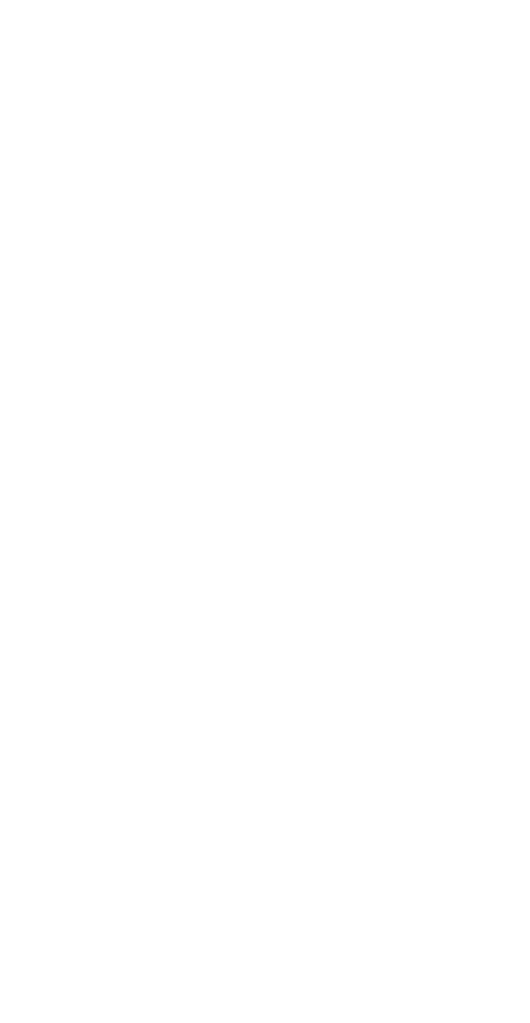
<source format=kicad_pcb>
(kicad_pcb (version 3) (host pcbnew "(2013-08-14 BZR 2846)-product")

  (general
    (links 0)
    (no_connects 0)
    (area 43.533127 49.10074 251.465013 151.5)
    (thickness 1.6)
    (drawings 458)
    (tracks 0)
    (zones 0)
    (modules 0)
    (nets 1)
  )

  (page "A4" portrait)
  (title_block
    (title "KiCad ISO Character Set Repertoire")
    (date "17 ago 2013")
    (company "ISO Kicad")
  )

  (layers
    (15 "Front" signal)
    (0 "Back" signal)
    (24 "Dwgs.User" user)
  )

  (setup
    (last_trace_width 0.2)
    (trace_clearance 0.2)
    (zone_clearance 0.4)
    (zone_45_only no)
    (trace_min 0.2)
    (segment_width 0.12)
    (edge_width 0.12)
    (via_size 0.6)
    (via_drill 0.4)
    (via_min_size 0.4)
    (via_min_drill 0.4)
    (uvia_size 0.4)
    (uvia_drill 0.2)
    (uvias_allowed no)
    (uvia_min_size 0.4)
    (uvia_min_drill 0.2)
    (pcb_text_width 0.12)
    (pcb_text_size 1.2 1.2)
    (mod_edge_width 0.12)
    (mod_text_size 1.2 1.2)
    (mod_text_width 0.12)
    (pad_size 1.4 1.4)
    (pad_drill 0.8)
    (pad_to_mask_clearance 0)
    (aux_axis_origin 0 0)
    (visible_elements FFFFEE7F)
    (pcbplotparams
      (layerselection 3178497)
      (usegerberextensions true)
      (excludeedgelayer true)
      (linewidth 0.120000)
      (plotframeref false)
      (viasonmask false)
      (mode 1)
      (useauxorigin false)
      (hpglpennumber 1)
      (hpglpenspeed 20)
      (hpglpendiameter 15)
      (hpglpenoverlay 2)
      (psnegative false)
      (psa4output false)
      (plotreference true)
      (plotvalue true)
      (plotothertext true)
      (plotinvisibletext false)
      (padsonsilk false)
      (subtractmaskfromsilk false)
      (outputformat 1)
      (mirror false)
      (drillshape 1)
      (scaleselection 1)
      (outputdirectory ""))
  )

  (net 0 "")

  (net_class "Default" "This is the default net class."
    (clearance 0.2)
    (trace_width 0.2)
    (via_dia 0.6)
    (via_drill 0.4)
    (uvia_dia 0.4)
    (uvia_drill 0.2)
    (add_net "")
  )

  (gr_text "xF" (at 57.5 217.5) (layer "Dwgs.User")
    (effects (font (size 2.5 2.5) (thickness 0.25)))
  )
  (gr_text "xE" (at 57.5 212.5) (layer "Dwgs.User")
    (effects (font (size 2.5 2.5) (thickness 0.25)))
  )
  (gr_text "xD" (at 57.5 207.5) (layer "Dwgs.User")
    (effects (font (size 2.5 2.5) (thickness 0.25)))
  )
  (gr_text "xC" (at 57.5 202.5) (layer "Dwgs.User")
    (effects (font (size 2.5 2.5) (thickness 0.25)))
  )
  (gr_text "xB" (at 57.5 197.5) (layer "Dwgs.User")
    (effects (font (size 2.5 2.5) (thickness 0.25)))
  )
  (gr_text "xA" (at 57.5 192.5) (layer "Dwgs.User")
    (effects (font (size 2.5 2.5) (thickness 0.25)))
  )
  (gr_text "x9" (at 57.5 187.5) (layer "Dwgs.User")
    (effects (font (size 2.5 2.5) (thickness 0.25)))
  )
  (gr_text "x8" (at 57.5 182.5) (layer "Dwgs.User")
    (effects (font (size 2.5 2.5) (thickness 0.25)))
  )
  (gr_text "x7" (at 57.5 177.5) (layer "Dwgs.User")
    (effects (font (size 2.5 2.5) (thickness 0.25)))
  )
  (gr_text "x6" (at 57.5 172.5) (layer "Dwgs.User")
    (effects (font (size 2.5 2.5) (thickness 0.25)))
  )
  (gr_text "x5" (at 57.5 167.5) (layer "Dwgs.User")
    (effects (font (size 2.5 2.5) (thickness 0.25)))
  )
  (gr_text "x4" (at 57.5 162.5) (layer "Dwgs.User")
    (effects (font (size 2.5 2.5) (thickness 0.25)))
  )
  (gr_text "x3" (at 57.5 157.5) (layer "Dwgs.User")
    (effects (font (size 2.5 2.5) (thickness 0.25)))
  )
  (gr_text "x2" (at 57.5 152.5) (layer "Dwgs.User")
    (effects (font (size 2.5 2.5) (thickness 0.25)))
  )
  (gr_text "x1" (at 57.5 147.5) (layer "Dwgs.User")
    (effects (font (size 2.5 2.5) (thickness 0.25)))
  )
  (gr_text "x0" (at 57.5 142.5) (layer "Dwgs.User")
    (effects (font (size 2.5 2.5) (thickness 0.25)))
  )
  (gr_line (start 65 220.0) (end 65 140.0) (angle 90) (layer "Dwgs.User") (width 0.18))
  (gr_text "2x" (at 72.5 120.0) (layer "Dwgs.User")
    (effects (font (size 2.5 2.5) (thickness 0.25)))
  )
  (gr_text "3x" (at 87.5 120.0) (layer "Dwgs.User")
    (effects (font (size 2.5 2.5) (thickness 0.25)))
  )
  (gr_text "4x" (at 102.5 120.0) (layer "Dwgs.User")
    (effects (font (size 2.5 2.5) (thickness 0.25)))
  )
  (gr_text "5x" (at 117.5 120.0) (layer "Dwgs.User")
    (effects (font (size 2.5 2.5) (thickness 0.25)))
  )
  (gr_text "6x" (at 132.5 120.0) (layer "Dwgs.User")
    (effects (font (size 2.5 2.5) (thickness 0.25)))
  )
  (gr_text "7x" (at 147.5 120.0) (layer "Dwgs.User")
    (effects (font (size 2.5 2.5) (thickness 0.25)))
  )
  (gr_text "Ax" (at 72.5 225) (layer "Dwgs.User")
    (effects (font (size 2.5 2.5) (thickness 0.25)))
  )
  (gr_text "Bx" (at 87.5 225) (layer "Dwgs.User")
    (effects (font (size 2.5 2.5) (thickness 0.25)))
  )
  (gr_text "Cx" (at 102.5 225) (layer "Dwgs.User")
    (effects (font (size 2.5 2.5) (thickness 0.25)))
  )
  (gr_text "Dx" (at 117.5 225) (layer "Dwgs.User")
    (effects (font (size 2.5 2.5) (thickness 0.25)))
  )
  (gr_text "Ex" (at 132.5 225) (layer "Dwgs.User")
    (effects (font (size 2.5 2.5) (thickness 0.25)))
  )
  (gr_text "Fx" (at 147.5 225) (layer "Dwgs.User")
    (effects (font (size 2.5 2.5) (thickness 0.25)))
  )
  (gr_text "Fx" (at 147.5 135) (layer "Dwgs.User")
    (effects (font (size 2.5 2.5) (thickness 0.25)))
  )
  (gr_text "Ex" (at 132.5 135) (layer "Dwgs.User")
    (effects (font (size 2.5 2.5) (thickness 0.25)))
  )
  (gr_text "Dx" (at 117.5 135) (layer "Dwgs.User")
    (effects (font (size 2.5 2.5) (thickness 0.25)))
  )
  (gr_text "Cx" (at 102.5 135) (layer "Dwgs.User")
    (effects (font (size 2.5 2.5) (thickness 0.25)))
  )
  (gr_text "Bx" (at 87.5 135) (layer "Dwgs.User")
    (effects (font (size 2.5 2.5) (thickness 0.25)))
  )
  (gr_text "Ax" (at 72.5 135) (layer "Dwgs.User")
    (effects (font (size 2.5 2.5) (thickness 0.25)))
  )
  (gr_text "7x" (at 147.5 30) (layer "Dwgs.User")
    (effects (font (size 2.5 2.5) (thickness 0.25)))
  )
  (gr_text "6x" (at 132.5 30) (layer "Dwgs.User")
    (effects (font (size 2.5 2.5) (thickness 0.25)))
  )
  (gr_text "5x" (at 117.5 30) (layer "Dwgs.User")
    (effects (font (size 2.5 2.5) (thickness 0.25)))
  )
  (gr_text "4x" (at 102.5 30) (layer "Dwgs.User")
    (effects (font (size 2.5 2.5) (thickness 0.25)))
  )
  (gr_text "3x" (at 87.5 30) (layer "Dwgs.User")
    (effects (font (size 2.5 2.5) (thickness 0.25)))
  )
  (gr_text "2x" (at 72.5 30) (layer "Dwgs.User")
    (effects (font (size 2.5 2.5) (thickness 0.25)))
  )
  (gr_text "x0" (at 160 142.5) (layer "Dwgs.User")
    (effects (font (size 2.5 2.5) (thickness 0.25)))
  )
  (gr_text "x1" (at 160 147.5) (layer "Dwgs.User")
    (effects (font (size 2.5 2.5) (thickness 0.25)))
  )
  (gr_text "x2" (at 160 152.5) (layer "Dwgs.User")
    (effects (font (size 2.5 2.5) (thickness 0.25)))
  )
  (gr_text "x3" (at 160 157.5) (layer "Dwgs.User")
    (effects (font (size 2.5 2.5) (thickness 0.25)))
  )
  (gr_text "x4" (at 160 162.5) (layer "Dwgs.User")
    (effects (font (size 2.5 2.5) (thickness 0.25)))
  )
  (gr_text "x5" (at 160 167.5) (layer "Dwgs.User")
    (effects (font (size 2.5 2.5) (thickness 0.25)))
  )
  (gr_text "x6" (at 160 172.5) (layer "Dwgs.User")
    (effects (font (size 2.5 2.5) (thickness 0.25)))
  )
  (gr_text "x7" (at 160 177.5) (layer "Dwgs.User")
    (effects (font (size 2.5 2.5) (thickness 0.25)))
  )
  (gr_text "x8" (at 160 182.5) (layer "Dwgs.User")
    (effects (font (size 2.5 2.5) (thickness 0.25)))
  )
  (gr_text "x9" (at 160 187.5) (layer "Dwgs.User")
    (effects (font (size 2.5 2.5) (thickness 0.25)))
  )
  (gr_text "xA" (at 160 192.5) (layer "Dwgs.User")
    (effects (font (size 2.5 2.5) (thickness 0.25)))
  )
  (gr_text "xB" (at 160 197.5) (layer "Dwgs.User")
    (effects (font (size 2.5 2.5) (thickness 0.25)))
  )
  (gr_text "xC" (at 160 202.5) (layer "Dwgs.User")
    (effects (font (size 2.5 2.5) (thickness 0.25)))
  )
  (gr_text "xD" (at 160 207.5) (layer "Dwgs.User")
    (effects (font (size 2.5 2.5) (thickness 0.25)))
  )
  (gr_text "xE" (at 160 212.5) (layer "Dwgs.User")
    (effects (font (size 2.5 2.5) (thickness 0.25)))
  )
  (gr_text "xF" (at 160 217.5) (layer "Dwgs.User")
    (effects (font (size 2.5 2.5) (thickness 0.25)))
  )
  (gr_text "xF" (at 60.0 112.5) (layer "Dwgs.User")
    (effects (font (size 2.5 2.5) (thickness 0.25)))
  )
  (gr_text "xE" (at 60.0 107.5) (layer "Dwgs.User")
    (effects (font (size 2.5 2.5) (thickness 0.25)))
  )
  (gr_text "xD" (at 60.0 102.5) (layer "Dwgs.User")
    (effects (font (size 2.5 2.5) (thickness 0.25)))
  )
  (gr_text "xC" (at 60.0 97.5) (layer "Dwgs.User")
    (effects (font (size 2.5 2.5) (thickness 0.25)))
  )
  (gr_text "xB" (at 60.0 92.5) (layer "Dwgs.User")
    (effects (font (size 2.5 2.5) (thickness 0.25)))
  )
  (gr_text "xA" (at 60.0 87.5) (layer "Dwgs.User")
    (effects (font (size 2.5 2.5) (thickness 0.25)))
  )
  (gr_text "x9" (at 60.0 82.5) (layer "Dwgs.User")
    (effects (font (size 2.5 2.5) (thickness 0.25)))
  )
  (gr_text "x8" (at 60.0 77.5) (layer "Dwgs.User")
    (effects (font (size 2.5 2.5) (thickness 0.25)))
  )
  (gr_text "x7" (at 60.0 72.5) (layer "Dwgs.User")
    (effects (font (size 2.5 2.5) (thickness 0.25)))
  )
  (gr_text "x6" (at 60.0 67.5) (layer "Dwgs.User")
    (effects (font (size 2.5 2.5) (thickness 0.25)))
  )
  (gr_text "x5" (at 60.0 62.5) (layer "Dwgs.User")
    (effects (font (size 2.5 2.5) (thickness 0.25)))
  )
  (gr_text "x4" (at 60.0 57.5) (layer "Dwgs.User")
    (effects (font (size 2.5 2.5) (thickness 0.25)))
  )
  (gr_text "x3" (at 60.0 52.5) (layer "Dwgs.User")
    (effects (font (size 2.5 2.5) (thickness 0.25)))
  )
  (gr_text "x2" (at 60.0 47.5) (layer "Dwgs.User")
    (effects (font (size 2.5 2.5) (thickness 0.25)))
  )
  (gr_text "x1" (at 60.0 42.5) (layer "Dwgs.User")
    (effects (font (size 2.5 2.5) (thickness 0.25)))
  )
  (gr_text "x0" (at 60.0 37.5) (layer "Dwgs.User")
    (effects (font (size 2.5 2.5) (thickness 0.25)))
  )
  (gr_text "ISO-8859-1 / Compose" (at 110 127.5) (layer "Dwgs.User")
    (effects (font (size 3.5 3.5) (thickness 0.35)))
  )
  (gr_text "ASCII / Technical Set no.1" (at 117.5 22.5) (layer "Dwgs.User")
    (effects (font (size 3.5 3.5) (thickness 0.35)))
  )
  (gr_line (start 155 140.0) (end 155 220.0) (angle 90) (layer "Dwgs.User") (width 0.18))
  (gr_line (start 140 140.0) (end 140 220.0) (angle 90) (layer "Dwgs.User") (width 0.18))
  (gr_line (start 125 140.0) (end 125 220.0) (angle 90) (layer "Dwgs.User") (width 0.18))
  (gr_line (start 110 140.0) (end 110 220.0) (angle 90) (layer "Dwgs.User") (width 0.18))
  (gr_line (start 95 140.0) (end 95 220.0) (angle 90) (layer "Dwgs.User") (width 0.18))
  (gr_line (start 80 140.0) (end 80 220.0) (angle 90) (layer "Dwgs.User") (width 0.18))
  (gr_line (start 155 35.0) (end 155 115.0) (angle 90) (layer "Dwgs.User") (width 0.18))
  (gr_line (start 140.0 115.0) (end 140.0 35.0) (angle 90) (layer "Dwgs.User") (width 0.18))
  (gr_line (start 125 35.0) (end 125 115.0) (angle 90) (layer "Dwgs.User") (width 0.18))
  (gr_line (start 110.0 115.0) (end 110.0 35.0) (angle 90) (layer "Dwgs.User") (width 0.18))
  (gr_line (start 95 35.0) (end 95 115.0) (angle 90) (layer "Dwgs.User") (width 0.18))
  (gr_line (start 80.0 35.0) (end 80.0 115.0) (angle 90) (layer "Dwgs.User") (width 0.18))
  (gr_line (start 65 35.0) (end 65 115.0) (angle 90) (layer "Dwgs.User") (width 0.18))
  (gr_text "(_a)" (at 75 192.5) (layer "Dwgs.User")
    (effects (font (size 2.5 2.5) (thickness 0.25)))
  )
  (gr_text "(_o)" (at 90 192.5) (layer "Dwgs.User")
    (effects (font (size 2.5 2.5) (thickness 0.25)))
  )
  (gr_text "(-,)" (at 75 202.5) (layer "Dwgs.User")
    (effects (font (size 2.5 2.5) (thickness 0.25)))
  )
  (gr_text "(so)" (at 75 177.5) (layer "Dwgs.User")
    (effects (font (size 2.5 2.5) (thickness 0.25)))
  )
  (gr_text "(ox)" (at 75 162.5) (layer "Dwgs.User")
    (effects (font (size 2.5 2.5) (thickness 0.25)))
  )
  (gr_text "(L-)" (at 75 157.5) (layer "Dwgs.User")
    (effects (font (size 2.5 2.5) (thickness 0.25)))
  )
  (gr_text "(c/)" (at 75 152.5) (layer "Dwgs.User")
    (effects (font (size 2.5 2.5) (thickness 0.25)))
  )
  (gr_text "(y=)" (at 75 167.5) (layer "Dwgs.User")
    (effects (font (size 2.5 2.5) (thickness 0.25)))
  )
  (gr_text "(!^)" (at 75 172.5) (layer "Dwgs.User")
    (effects (font (size 2.5 2.5) (thickness 0.25)))
  )
  (gr_text "(^i)" (at 135 212.5) (layer "Dwgs.User")
    (effects (font (size 2.5 2.5) (thickness 0.25)))
  )
  (gr_text "(`i)" (at 135 202.5) (layer "Dwgs.User")
    (effects (font (size 2.5 2.5) (thickness 0.25)))
  )
  (gr_text "('i)" (at 135 207.5) (layer "Dwgs.User")
    (effects (font (size 2.5 2.5) (thickness 0.25)))
  )
  (gr_text "(" (at 135 197.5) (layer "Dwgs.User")
    (effects (font (size 2.5 2.5) (thickness 0.25)))
  )
  (gr_text "(^e)" (at 135 197.5) (layer "Dwgs.User")
    (effects (font (size 2.5 2.5) (thickness 0.25)))
  )
  (gr_text "(^e)" (at 135 192.5) (layer "Dwgs.User")
    (effects (font (size 2.5 2.5) (thickness 0.25)))
  )
  (gr_text "(`e)" (at 135 187.5) (layer "Dwgs.User")
    (effects (font (size 2.5 2.5) (thickness 0.25)))
  )
  (gr_text "('e)" (at 135 182.5) (layer "Dwgs.User")
    (effects (font (size 2.5 2.5) (thickness 0.25)))
  )
  (gr_text "('o)" (at 150 157.5) (layer "Dwgs.User")
    (effects (font (size 2.5 2.5) (thickness 0.25)))
  )
  (gr_text "(`o)" (at 150 152.5) (layer "Dwgs.User")
    (effects (font (size 2.5 2.5) (thickness 0.25)))
  )
  (gr_text "(^o)" (at 150 162.5) (layer "Dwgs.User")
    (effects (font (size 2.5 2.5) (thickness 0.25)))
  )
  (gr_text "(" (at 150 172.5) (layer "Dwgs.User")
    (effects (font (size 2.5 2.5) (thickness 0.25)))
  )
  (gr_text "(`u)" (at 150 187.5) (layer "Dwgs.User")
    (effects (font (size 2.5 2.5) (thickness 0.25)))
  )
  (gr_text "('u)" (at 150 192.5) (layer "Dwgs.User")
    (effects (font (size 2.5 2.5) (thickness 0.25)))
  )
  (gr_text "(^u)" (at 150 197.5) (layer "Dwgs.User")
    (effects (font (size 2.5 2.5) (thickness 0.25)))
  )
  (gr_text "(" (at 150 202.5) (layer "Dwgs.User")
    (effects (font (size 2.5 2.5) (thickness 0.25)))
  )
  (gr_text "(`y)" (at 150 207.5) (layer "Dwgs.User")
    (effects (font (size 2.5 2.5) (thickness 0.25)))
  )
  (gr_text "(`U)" (at 120 187.5) (layer "Dwgs.User")
    (effects (font (size 2.5 2.5) (thickness 0.25)))
  )
  (gr_text "('U)" (at 120 192.5) (layer "Dwgs.User")
    (effects (font (size 2.5 2.5) (thickness 0.25)))
  )
  (gr_text "(^U)" (at 120 197.5) (layer "Dwgs.User")
    (effects (font (size 2.5 2.5) (thickness 0.25)))
  )
  (gr_text "(" (at 120 202.5) (layer "Dwgs.User")
    (effects (font (size 2.5 2.5) (thickness 0.25)))
  )
  (gr_text "('Y)" (at 120 207.5) (layer "Dwgs.User")
    (effects (font (size 2.5 2.5) (thickness 0.25)))
  )
  (gr_text "('I)" (at 105 207.5) (layer "Dwgs.User")
    (effects (font (size 2.5 2.5) (thickness 0.25)))
  )
  (gr_text "(`I)" (at 105 202.5) (layer "Dwgs.User")
    (effects (font (size 2.5 2.5) (thickness 0.25)))
  )
  (gr_text "(" (at 105 197.5) (layer "Dwgs.User")
    (effects (font (size 2.5 2.5) (thickness 0.25)))
  )
  (gr_text "(^E)" (at 105 192.5) (layer "Dwgs.User")
    (effects (font (size 2.5 2.5) (thickness 0.25)))
  )
  (gr_text "('E)" (at 105 187.5) (layer "Dwgs.User")
    (effects (font (size 2.5 2.5) (thickness 0.25)))
  )
  (gr_text "(`E)" (at 105 182.5) (layer "Dwgs.User")
    (effects (font (size 2.5 2.5) (thickness 0.25)))
  )
  (gr_text "(" (at 120 172.5) (layer "Dwgs.User")
    (effects (font (size 2.5 2.5) (thickness 0.25)))
  )
  (gr_text "(^O)" (at 120 162.5) (layer "Dwgs.User")
    (effects (font (size 2.5 2.5) (thickness 0.25)))
  )
  (gr_text "('O)" (at 120 157.5) (layer "Dwgs.User")
    (effects (font (size 2.5 2.5) (thickness 0.25)))
  )
  (gr_text "(`O)" (at 120 152.5) (layer "Dwgs.User")
    (effects (font (size 2.5 2.5) (thickness 0.25)))
  )
  (gr_text "(\\~o)" (at 150 167.5) (layer "Dwgs.User")
    (effects (font (size 2.5 2.5) (thickness 0.25)))
  )
  (gr_text "(\\~O)" (at 120 167.5) (layer "Dwgs.User")
    (effects (font (size 2.5 2.5) (thickness 0.25)))
  )
  (gr_text "(^I)" (at 105 212.5) (layer "Dwgs.User")
    (effects (font (size 2.5 2.5) (thickness 0.25)))
  )
  (gr_text "(th)" (at 150 212.5) (layer "Dwgs.User")
    (effects (font (size 2.5 2.5) (thickness 0.25)))
  )
  (gr_text "(TH)" (at 120 212.5) (layer "Dwgs.User")
    (effects (font (size 2.5 2.5) (thickness 0.25)))
  )
  (gr_text "(" (at 105 217.5) (layer "Dwgs.User")
    (effects (font (size 2.5 2.5) (thickness 0.25)))
  )
  (gr_text "(ss)" (at 120 217.5) (layer "Dwgs.User")
    (effects (font (size 2.5 2.5) (thickness 0.25)))
  )
  (gr_text "(" (at 135 217.5) (layer "Dwgs.User")
    (effects (font (size 2.5 2.5) (thickness 0.25)))
  )
  (gr_text "(" (at 150 217.5) (layer "Dwgs.User")
    (effects (font (size 2.5 2.5) (thickness 0.25)))
  )
  (gr_text "(/o)" (at 150 182.5) (layer "Dwgs.User")
    (effects (font (size 2.5 2.5) (thickness 0.25)))
  )
  (gr_text "(/O)" (at 120 182.5) (layer "Dwgs.User")
    (effects (font (size 2.5 2.5) (thickness 0.25)))
  )
  (gr_text "(`a)" (at 135 142.5) (layer "Dwgs.User")
    (effects (font (size 2.5 2.5) (thickness 0.25)))
  )
  (gr_text "('a)" (at 135 147.5) (layer "Dwgs.User")
    (effects (font (size 2.5 2.5) (thickness 0.25)))
  )
  (gr_text "(^a)" (at 135 152.5) (layer "Dwgs.User")
    (effects (font (size 2.5 2.5) (thickness 0.25)))
  )
  (gr_text "(\\~a)" (at 135 157.5) (layer "Dwgs.User")
    (effects (font (size 2.5 2.5) (thickness 0.25)))
  )
  (gr_text "(\"a)" (at 135 162.5) (layer "Dwgs.User")
    (effects (font (size 2.5 2.5) (thickness 0.25)))
  )
  (gr_text "(oa)" (at 135 167.5) (layer "Dwgs.User")
    (effects (font (size 2.5 2.5) (thickness 0.25)))
  )
  (gr_text "(oA)" (at 105 167.5) (layer "Dwgs.User")
    (effects (font (size 2.5 2.5) (thickness 0.25)))
  )
  (gr_text "(\"A)" (at 105 162.5) (layer "Dwgs.User")
    (effects (font (size 2.5 2.5) (thickness 0.25)))
  )
  (gr_text "(\\~A)" (at 105 157.5) (layer "Dwgs.User")
    (effects (font (size 2.5 2.5) (thickness 0.25)))
  )
  (gr_text "(^A)" (at 105 152.5) (layer "Dwgs.User")
    (effects (font (size 2.5 2.5) (thickness 0.25)))
  )
  (gr_text "('A)" (at 105 147.5) (layer "Dwgs.User")
    (effects (font (size 2.5 2.5) (thickness 0.25)))
  )
  (gr_text "(`A)" (at 105 142.5) (layer "Dwgs.User")
    (effects (font (size 2.5 2.5) (thickness 0.25)))
  )
  (gr_text "(\\~N)" (at 120 147.5) (layer "Dwgs.User")
    (effects (font (size 2.5 2.5) (thickness 0.25)))
  )
  (gr_text "(\\~n)" (at 150 147.5) (layer "Dwgs.User")
    (effects (font (size 2.5 2.5) (thickness 0.25)))
  )
  (gr_text "(-d)" (at 150 142.5) (layer "Dwgs.User")
    (effects (font (size 2.5 2.5) (thickness 0.25)))
  )
  (gr_text "(-D)" (at 120 142.5) (layer "Dwgs.User")
    (effects (font (size 2.5 2.5) (thickness 0.25)))
  )
  (gr_text "(,C)" (at 105 177.5) (layer "Dwgs.User")
    (effects (font (size 2.5 2.5) (thickness 0.25)))
  )
  (gr_text "(,c)" (at 135 177.5) (layer "Dwgs.User")
    (effects (font (size 2.5 2.5) (thickness 0.25)))
  )
  (gr_text "(:-)" (at 150 177.5) (layer "Dwgs.User")
    (effects (font (size 2.5 2.5) (thickness 0.25)))
  )
  (gr_text "(xx)" (at 120 177.5) (layer "Dwgs.User")
    (effects (font (size 2.5 2.5) (thickness 0.25)))
  )
  (gr_text "(ae)" (at 135 172.5) (layer "Dwgs.User")
    (effects (font (size 2.5 2.5) (thickness 0.25)))
  )
  (gr_text "(AE)" (at 105 172.5) (layer "Dwgs.User")
    (effects (font (size 2.5 2.5) (thickness 0.25)))
  )
  (gr_text "(oo)" (at 90 142.5) (layer "Dwgs.User")
    (effects (font (size 2.5 2.5) (thickness 0.25)))
  )
  (gr_text "(+-)" (at 90 147.5) (layer "Dwgs.User")
    (effects (font (size 2.5 2.5) (thickness 0.25)))
  )
  (gr_text "(^2)" (at 90 152.5) (layer "Dwgs.User")
    (effects (font (size 2.5 2.5) (thickness 0.25)))
  )
  (gr_text "(^3)" (at 90 157.5) (layer "Dwgs.User")
    (effects (font (size 2.5 2.5) (thickness 0.25)))
  )
  (gr_text "(mu)" (at 90 167.5) (layer "Dwgs.User")
    (effects (font (size 2.5 2.5) (thickness 0.25)))
  )
  (gr_text "(^1)" (at 90 187.5) (layer "Dwgs.User")
    (effects (font (size 2.5 2.5) (thickness 0.25)))
  )
  (gr_text "(34)" (at 90 212.5) (layer "Dwgs.User")
    (effects (font (size 2.5 2.5) (thickness 0.25)))
  )
  (gr_text "(12)" (at 90 207.5) (layer "Dwgs.User")
    (effects (font (size 2.5 2.5) (thickness 0.25)))
  )
  (gr_text "(14)" (at 90 202.5) (layer "Dwgs.User")
    (effects (font (size 2.5 2.5) (thickness 0.25)))
  )
  (gr_text "(>>)" (at 90 197.5) (layer "Dwgs.User")
    (effects (font (size 2.5 2.5) (thickness 0.25)))
  )
  (gr_text "(??)" (at 90 217.5) (layer "Dwgs.User")
    (effects (font (size 2.5 2.5) (thickness 0.25)))
  )
  (gr_text "(or)" (at 75 212.5) (layer "Dwgs.User")
    (effects (font (size 2.5 2.5) (thickness 0.25)))
  )
  (gr_text "(<<)" (at 75 197.5) (layer "Dwgs.User")
    (effects (font (size 2.5 2.5) (thickness 0.25)))
  )
  (gr_text "(oc)" (at 75 187.5) (layer "Dwgs.User")
    (effects (font (size 2.5 2.5) (thickness 0.25)))
  )
  (gr_text "(!!)" (at 75 147.5) (layer "Dwgs.User")
    (effects (font (size 2.5 2.5) (thickness 0.25)))
  )
  (gr_text "ÿ" (at 145 217.5) (layer "Dwgs.User")
    (effects (font (size 2.5 2.5) (thickness 0.25)))
  )
  (gr_text "þ" (at 145 212.5) (layer "Dwgs.User")
    (effects (font (size 2.5 2.5) (thickness 0.25)))
  )
  (gr_text "ý" (at 145 207.5) (layer "Dwgs.User")
    (effects (font (size 2.5 2.5) (thickness 0.25)))
  )
  (gr_text "ü" (at 145 202.5) (layer "Dwgs.User")
    (effects (font (size 2.5 2.5) (thickness 0.25)))
  )
  (gr_text "û" (at 145 197.5) (layer "Dwgs.User")
    (effects (font (size 2.5 2.5) (thickness 0.25)))
  )
  (gr_text "ú" (at 145 192.5) (layer "Dwgs.User")
    (effects (font (size 2.5 2.5) (thickness 0.25)))
  )
  (gr_text "ù" (at 145 187.5) (layer "Dwgs.User")
    (effects (font (size 2.5 2.5) (thickness 0.25)))
  )
  (gr_text "ø" (at 145 182.5) (layer "Dwgs.User")
    (effects (font (size 2.5 2.5) (thickness 0.25)))
  )
  (gr_text "÷" (at 145 177.5) (layer "Dwgs.User")
    (effects (font (size 2.5 2.5) (thickness 0.25)))
  )
  (gr_text "ö" (at 145 172.5) (layer "Dwgs.User")
    (effects (font (size 2.5 2.5) (thickness 0.25)))
  )
  (gr_text "õ" (at 145 167.5) (layer "Dwgs.User")
    (effects (font (size 2.5 2.5) (thickness 0.25)))
  )
  (gr_text "ô" (at 145 162.5) (layer "Dwgs.User")
    (effects (font (size 2.5 2.5) (thickness 0.25)))
  )
  (gr_text "ó" (at 145 157.5) (layer "Dwgs.User")
    (effects (font (size 2.5 2.5) (thickness 0.25)))
  )
  (gr_text "ò" (at 145 152.5) (layer "Dwgs.User")
    (effects (font (size 2.5 2.5) (thickness 0.25)))
  )
  (gr_text "ñ" (at 145 147.5) (layer "Dwgs.User")
    (effects (font (size 2.5 2.5) (thickness 0.25)))
  )
  (gr_text "ð" (at 145 142.5) (layer "Dwgs.User")
    (effects (font (size 2.5 2.5) (thickness 0.25)))
  )
  (gr_text "ï" (at 130 217.5) (layer "Dwgs.User")
    (effects (font (size 2.5 2.5) (thickness 0.25)))
  )
  (gr_text "î" (at 130 212.5) (layer "Dwgs.User")
    (effects (font (size 2.5 2.5) (thickness 0.25)))
  )
  (gr_text "í" (at 130 207.5) (layer "Dwgs.User")
    (effects (font (size 2.5 2.5) (thickness 0.25)))
  )
  (gr_text "ì" (at 130 202.5) (layer "Dwgs.User")
    (effects (font (size 2.5 2.5) (thickness 0.25)))
  )
  (gr_text "ë" (at 130 197.5) (layer "Dwgs.User")
    (effects (font (size 2.5 2.5) (thickness 0.25)))
  )
  (gr_text "ê" (at 130 192.5) (layer "Dwgs.User")
    (effects (font (size 2.5 2.5) (thickness 0.25)))
  )
  (gr_text "é" (at 130 187.5) (layer "Dwgs.User")
    (effects (font (size 2.5 2.5) (thickness 0.25)))
  )
  (gr_text "è" (at 130 182.5) (layer "Dwgs.User")
    (effects (font (size 2.5 2.5) (thickness 0.25)))
  )
  (gr_text "ç" (at 130 177.5) (layer "Dwgs.User")
    (effects (font (size 2.5 2.5) (thickness 0.25)))
  )
  (gr_text "æ" (at 130 172.5) (layer "Dwgs.User")
    (effects (font (size 2.5 2.5) (thickness 0.25)))
  )
  (gr_text "å" (at 130 167.5) (layer "Dwgs.User")
    (effects (font (size 2.5 2.5) (thickness 0.25)))
  )
  (gr_text "ä" (at 130 162.5) (layer "Dwgs.User")
    (effects (font (size 2.5 2.5) (thickness 0.25)))
  )
  (gr_text "ã" (at 130 157.5) (layer "Dwgs.User")
    (effects (font (size 2.5 2.5) (thickness 0.25)))
  )
  (gr_text "â" (at 130 152.5) (layer "Dwgs.User")
    (effects (font (size 2.5 2.5) (thickness 0.25)))
  )
  (gr_text "á" (at 130 147.5) (layer "Dwgs.User")
    (effects (font (size 2.5 2.5) (thickness 0.25)))
  )
  (gr_text "à" (at 130 142.5) (layer "Dwgs.User")
    (effects (font (size 2.5 2.5) (thickness 0.25)))
  )
  (gr_text "ß" (at 115 217.5) (layer "Dwgs.User")
    (effects (font (size 2.5 2.5) (thickness 0.25)))
  )
  (gr_text "Þ" (at 115 212.5) (layer "Dwgs.User")
    (effects (font (size 2.5 2.5) (thickness 0.25)))
  )
  (gr_text "Ý" (at 115 207.5) (layer "Dwgs.User")
    (effects (font (size 2.5 2.5) (thickness 0.25)))
  )
  (gr_text "Ü" (at 115 202.5) (layer "Dwgs.User")
    (effects (font (size 2.5 2.5) (thickness 0.25)))
  )
  (gr_text "Û" (at 115 197.5) (layer "Dwgs.User")
    (effects (font (size 2.5 2.5) (thickness 0.25)))
  )
  (gr_text "Ú" (at 115 192.5) (layer "Dwgs.User")
    (effects (font (size 2.5 2.5) (thickness 0.25)))
  )
  (gr_text "Ù" (at 115 187.5) (layer "Dwgs.User")
    (effects (font (size 2.5 2.5) (thickness 0.25)))
  )
  (gr_text "Ø" (at 115 182.5) (layer "Dwgs.User")
    (effects (font (size 2.5 2.5) (thickness 0.25)))
  )
  (gr_text "×" (at 115 177.5) (layer "Dwgs.User")
    (effects (font (size 2.5 2.5) (thickness 0.25)))
  )
  (gr_text "Ö" (at 115 172.5) (layer "Dwgs.User")
    (effects (font (size 2.5 2.5) (thickness 0.25)))
  )
  (gr_text "Õ" (at 115 167.5) (layer "Dwgs.User")
    (effects (font (size 2.5 2.5) (thickness 0.25)))
  )
  (gr_text "Ô" (at 115 162.5) (layer "Dwgs.User")
    (effects (font (size 2.5 2.5) (thickness 0.25)))
  )
  (gr_text "Ó" (at 115 157.5) (layer "Dwgs.User")
    (effects (font (size 2.5 2.5) (thickness 0.25)))
  )
  (gr_text "Ò" (at 115 152.5) (layer "Dwgs.User")
    (effects (font (size 2.5 2.5) (thickness 0.25)))
  )
  (gr_text "Ñ" (at 115 147.5) (layer "Dwgs.User")
    (effects (font (size 2.5 2.5) (thickness 0.25)))
  )
  (gr_text "Ð" (at 115 142.5) (layer "Dwgs.User")
    (effects (font (size 2.5 2.5) (thickness 0.25)))
  )
  (gr_text "Ï" (at 100 217.5) (layer "Dwgs.User")
    (effects (font (size 2.5 2.5) (thickness 0.25)))
  )
  (gr_text "Î" (at 100 212.5) (layer "Dwgs.User")
    (effects (font (size 2.5 2.5) (thickness 0.25)))
  )
  (gr_text "Í" (at 100 207.5) (layer "Dwgs.User")
    (effects (font (size 2.5 2.5) (thickness 0.25)))
  )
  (gr_text "Ì" (at 100 202.5) (layer "Dwgs.User")
    (effects (font (size 2.5 2.5) (thickness 0.25)))
  )
  (gr_text "Ë" (at 100 197.5) (layer "Dwgs.User")
    (effects (font (size 2.5 2.5) (thickness 0.25)))
  )
  (gr_text "Ê" (at 100 192.5) (layer "Dwgs.User")
    (effects (font (size 2.5 2.5) (thickness 0.25)))
  )
  (gr_text "É" (at 100 187.5) (layer "Dwgs.User")
    (effects (font (size 2.5 2.5) (thickness 0.25)))
  )
  (gr_text "È" (at 100 182.5) (layer "Dwgs.User")
    (effects (font (size 2.5 2.5) (thickness 0.25)))
  )
  (gr_text "Ç" (at 100 177.5) (layer "Dwgs.User")
    (effects (font (size 2.5 2.5) (thickness 0.25)))
  )
  (gr_text "Æ" (at 100 172.5) (layer "Dwgs.User")
    (effects (font (size 2.5 2.5) (thickness 0.25)))
  )
  (gr_text "Å" (at 100 167.5) (layer "Dwgs.User")
    (effects (font (size 2.5 2.5) (thickness 0.25)))
  )
  (gr_text "Ä" (at 100 162.5) (layer "Dwgs.User")
    (effects (font (size 2.5 2.5) (thickness 0.25)))
  )
  (gr_text "Ã" (at 100 157.5) (layer "Dwgs.User")
    (effects (font (size 2.5 2.5) (thickness 0.25)))
  )
  (gr_text "Â" (at 100 152.5) (layer "Dwgs.User")
    (effects (font (size 2.5 2.5) (thickness 0.25)))
  )
  (gr_text "Á" (at 100 147.5) (layer "Dwgs.User")
    (effects (font (size 2.5 2.5) (thickness 0.25)))
  )
  (gr_text "À" (at 100 142.5) (layer "Dwgs.User")
    (effects (font (size 2.5 2.5) (thickness 0.25)))
  )
  (gr_text "¿" (at 85.0 217.5) (layer "Dwgs.User")
    (effects (font (size 2.5 2.5) (thickness 0.25)))
  )
  (gr_text "¾" (at 85.0 212.5) (layer "Dwgs.User")
    (effects (font (size 2.5 2.5) (thickness 0.25)))
  )
  (gr_text "½" (at 85.0 207.5) (layer "Dwgs.User")
    (effects (font (size 2.5 2.5) (thickness 0.25)))
  )
  (gr_text "¼" (at 85.0 202.5) (layer "Dwgs.User")
    (effects (font (size 2.5 2.5) (thickness 0.25)))
  )
  (gr_text "»" (at 85.0 197.5) (layer "Dwgs.User")
    (effects (font (size 2.5 2.5) (thickness 0.25)))
  )
  (gr_text "º" (at 85.0 192.5) (layer "Dwgs.User")
    (effects (font (size 2.5 2.5) (thickness 0.25)))
  )
  (gr_text "¹" (at 85.0 187.5) (layer "Dwgs.User")
    (effects (font (size 2.5 2.5) (thickness 0.25)))
  )
  (gr_text "¸" (at 85.0 182.5) (layer "Dwgs.User")
    (effects (font (size 2.5 2.5) (thickness 0.25)))
  )
  (gr_text "·" (at 85.0 177.5) (layer "Dwgs.User")
    (effects (font (size 2.5 2.5) (thickness 0.25)))
  )
  (gr_text "¶" (at 85.0 172.5) (layer "Dwgs.User")
    (effects (font (size 2.5 2.5) (thickness 0.25)))
  )
  (gr_text "µ" (at 85.0 167.5) (layer "Dwgs.User")
    (effects (font (size 2.5 2.5) (thickness 0.25)))
  )
  (gr_text "´" (at 85.0 162.5) (layer "Dwgs.User")
    (effects (font (size 2.5 2.5) (thickness 0.25)))
  )
  (gr_text "³" (at 85.0 157.5) (layer "Dwgs.User")
    (effects (font (size 2.5 2.5) (thickness 0.25)))
  )
  (gr_text "²" (at 85.0 152.5) (layer "Dwgs.User")
    (effects (font (size 2.5 2.5) (thickness 0.25)))
  )
  (gr_text "±" (at 85.0 147.5) (layer "Dwgs.User")
    (effects (font (size 2.5 2.5) (thickness 0.25)))
  )
  (gr_text "°" (at 85.0 142.5) (layer "Dwgs.User")
    (effects (font (size 2.5 2.5) (thickness 0.25)))
  )
  (gr_text "¯" (at 70 217.5) (layer "Dwgs.User")
    (effects (font (size 2.5 2.5) (thickness 0.25)))
  )
  (gr_text "®" (at 70 212.5) (layer "Dwgs.User")
    (effects (font (size 2.5 2.5) (thickness 0.25)))
  )
  (gr_text "¬" (at 70 202.5) (layer "Dwgs.User")
    (effects (font (size 2.5 2.5) (thickness 0.25)))
  )
  (gr_text "«" (at 70 197.5) (layer "Dwgs.User")
    (effects (font (size 2.5 2.5) (thickness 0.25)))
  )
  (gr_text "ª" (at 70 192.5) (layer "Dwgs.User")
    (effects (font (size 2.5 2.5) (thickness 0.25)))
  )
  (gr_text "©" (at 70 187.5) (layer "Dwgs.User")
    (effects (font (size 2.5 2.5) (thickness 0.25)))
  )
  (gr_text "¨" (at 70 182.5) (layer "Dwgs.User")
    (effects (font (size 2.5 2.5) (thickness 0.25)))
  )
  (gr_text "§" (at 70 177.5) (layer "Dwgs.User")
    (effects (font (size 2.5 2.5) (thickness 0.25)))
  )
  (gr_text "¦" (at 70 172.5) (layer "Dwgs.User")
    (effects (font (size 2.5 2.5) (thickness 0.25)))
  )
  (gr_text "¥" (at 70 167.5) (layer "Dwgs.User")
    (effects (font (size 2.5 2.5) (thickness 0.25)))
  )
  (gr_text "¤" (at 70 162.5) (layer "Dwgs.User")
    (effects (font (size 2.5 2.5) (thickness 0.25)))
  )
  (gr_text "£" (at 70 157.5) (layer "Dwgs.User")
    (effects (font (size 2.5 2.5) (thickness 0.25)))
  )
  (gr_text "¢" (at 70 152.5) (layer "Dwgs.User")
    (effects (font (size 2.5 2.5) (thickness 0.25)))
  )
  (gr_text "¡" (at 70 147.5) (layer "Dwgs.User")
    (effects (font (size 2.5 2.5) (thickness 0.25)))
  )
  (gr_text "\\p" (at 150.0 37.5) (layer "Dwgs.User")
    (effects (font (size 2.5 2.5) (thickness 0.25)))
  )
  (gr_text "\\q" (at 150.0 42.5) (layer "Dwgs.User")
    (effects (font (size 2.5 2.5) (thickness 0.25)))
  )
  (gr_text "\\r" (at 150.0 47.5) (layer "Dwgs.User")
    (effects (font (size 2.5 2.5) (thickness 0.25)))
  )
  (gr_text "\\s" (at 150.0 52.5) (layer "Dwgs.User")
    (effects (font (size 2.5 2.5) (thickness 0.25)))
  )
  (gr_text "\\t" (at 150.0 57.5) (layer "Dwgs.User")
    (effects (font (size 2.5 2.5) (thickness 0.25)))
  )
  (gr_text "\\u" (at 150.0 62.5) (layer "Dwgs.User")
    (effects (font (size 2.5 2.5) (thickness 0.25)))
  )
  (gr_text "\\v" (at 150.0 67.5) (layer "Dwgs.User")
    (effects (font (size 2.5 2.5) (thickness 0.25)))
  )
  (gr_text "\\w" (at 150.0 72.5) (layer "Dwgs.User")
    (effects (font (size 2.5 2.5) (thickness 0.25)))
  )
  (gr_text "\\x" (at 150.0 77.5) (layer "Dwgs.User")
    (effects (font (size 2.5 2.5) (thickness 0.25)))
  )
  (gr_text "\\y" (at 150.0 82.5) (layer "Dwgs.User")
    (effects (font (size 2.5 2.5) (thickness 0.25)))
  )
  (gr_text "\\z" (at 150.0 87.5) (layer "Dwgs.User")
    (effects (font (size 2.5 2.5) (thickness 0.25)))
  )
  (gr_text "\\{" (at 150.0 92.5) (layer "Dwgs.User")
    (effects (font (size 2.5 2.5) (thickness 0.25)))
  )
  (gr_text "\\|" (at 150.0 97.5) (layer "Dwgs.User")
    (effects (font (size 2.5 2.5) (thickness 0.25)))
  )
  (gr_text "\\}" (at 150.0 102.5) (layer "Dwgs.User")
    (effects (font (size 2.5 2.5) (thickness 0.25)))
  )
  (gr_text "\\~" (at 150.0 107.5) (layer "Dwgs.User")
    (effects (font (size 2.5 2.5) (thickness 0.25)))
  )
  (gr_text "\\~" (at 145 107.5) (layer "Dwgs.User")
    (effects (font (size 2.5 2.5) (thickness 0.25)))
  )
  (gr_text "}" (at 145 102.5) (layer "Dwgs.User")
    (effects (font (size 2.5 2.5) (thickness 0.25)))
  )
  (gr_text "|" (at 145 97.5) (layer "Dwgs.User")
    (effects (font (size 2.5 2.5) (thickness 0.25)))
  )
  (gr_text "{" (at 145 92.5) (layer "Dwgs.User")
    (effects (font (size 2.5 2.5) (thickness 0.25)))
  )
  (gr_text "z" (at 145 87.5) (layer "Dwgs.User")
    (effects (font (size 2.5 2.5) (thickness 0.25)))
  )
  (gr_text "y" (at 145 82.5) (layer "Dwgs.User")
    (effects (font (size 2.5 2.5) (thickness 0.25)))
  )
  (gr_text "x" (at 145 77.5) (layer "Dwgs.User")
    (effects (font (size 2.5 2.5) (thickness 0.25)))
  )
  (gr_text "w" (at 145 72.5) (layer "Dwgs.User")
    (effects (font (size 2.5 2.5) (thickness 0.25)))
  )
  (gr_text "v" (at 145 67.5) (layer "Dwgs.User")
    (effects (font (size 2.5 2.5) (thickness 0.25)))
  )
  (gr_text "u" (at 145 62.5) (layer "Dwgs.User")
    (effects (font (size 2.5 2.5) (thickness 0.25)))
  )
  (gr_text "t" (at 145 57.5) (layer "Dwgs.User")
    (effects (font (size 2.5 2.5) (thickness 0.25)))
  )
  (gr_text "s" (at 145 52.5) (layer "Dwgs.User")
    (effects (font (size 2.5 2.5) (thickness 0.25)))
  )
  (gr_text "r" (at 145 47.5) (layer "Dwgs.User")
    (effects (font (size 2.5 2.5) (thickness 0.25)))
  )
  (gr_text "q" (at 145 42.5) (layer "Dwgs.User")
    (effects (font (size 2.5 2.5) (thickness 0.25)))
  )
  (gr_text "p" (at 145 37.5) (layer "Dwgs.User")
    (effects (font (size 2.5 2.5) (thickness 0.25)))
  )
  (gr_text "\\o" (at 135 112.5) (layer "Dwgs.User")
    (effects (font (size 2.5 2.5) (thickness 0.25)))
  )
  (gr_text "\\n" (at 135 107.5) (layer "Dwgs.User")
    (effects (font (size 2.5 2.5) (thickness 0.25)))
  )
  (gr_text "\\m" (at 135 102.5) (layer "Dwgs.User")
    (effects (font (size 2.5 2.5) (thickness 0.25)))
  )
  (gr_text "\\l" (at 135 97.5) (layer "Dwgs.User")
    (effects (font (size 2.5 2.5) (thickness 0.25)))
  )
  (gr_text "\\k" (at 135 92.5) (layer "Dwgs.User")
    (effects (font (size 2.5 2.5) (thickness 0.25)))
  )
  (gr_text "\\j" (at 135 87.5) (layer "Dwgs.User")
    (effects (font (size 2.5 2.5) (thickness 0.25)))
  )
  (gr_text "\\i" (at 135 82.5) (layer "Dwgs.User")
    (effects (font (size 2.5 2.5) (thickness 0.25)))
  )
  (gr_text "\\h" (at 135 77.5) (layer "Dwgs.User")
    (effects (font (size 2.5 2.5) (thickness 0.25)))
  )
  (gr_text "\\g" (at 135 72.5) (layer "Dwgs.User")
    (effects (font (size 2.5 2.5) (thickness 0.25)))
  )
  (gr_text "\\f" (at 135 67.5) (layer "Dwgs.User")
    (effects (font (size 2.5 2.5) (thickness 0.25)))
  )
  (gr_text "\\e" (at 135 62.5) (layer "Dwgs.User")
    (effects (font (size 2.5 2.5) (thickness 0.25)))
  )
  (gr_text "\\d" (at 135 57.5) (layer "Dwgs.User")
    (effects (font (size 2.5 2.5) (thickness 0.25)))
  )
  (gr_text "\\c" (at 135 52.5) (layer "Dwgs.User")
    (effects (font (size 2.5 2.5) (thickness 0.25)))
  )
  (gr_text "\\b" (at 135 47.5) (layer "Dwgs.User")
    (effects (font (size 2.5 2.5) (thickness 0.25)))
  )
  (gr_text "\\a" (at 135 42.5) (layer "Dwgs.User")
    (effects (font (size 2.5 2.5) (thickness 0.25)))
  )
  (gr_text "o" (at 130.0 112.5) (layer "Dwgs.User")
    (effects (font (size 2.5 2.5) (thickness 0.25)))
  )
  (gr_text "n" (at 130.0 107.5) (layer "Dwgs.User")
    (effects (font (size 2.5 2.5) (thickness 0.25)))
  )
  (gr_text "m" (at 130.0 102.5) (layer "Dwgs.User")
    (effects (font (size 2.5 2.5) (thickness 0.25)))
  )
  (gr_text "l" (at 130.0 97.5) (layer "Dwgs.User")
    (effects (font (size 2.5 2.5) (thickness 0.25)))
  )
  (gr_text "k" (at 130.0 92.5) (layer "Dwgs.User")
    (effects (font (size 2.5 2.5) (thickness 0.25)))
  )
  (gr_text "j" (at 130.0 87.5) (layer "Dwgs.User")
    (effects (font (size 2.5 2.5) (thickness 0.25)))
  )
  (gr_text "i" (at 130.0 82.5) (layer "Dwgs.User")
    (effects (font (size 2.5 2.5) (thickness 0.25)))
  )
  (gr_text "h" (at 130.0 77.5) (layer "Dwgs.User")
    (effects (font (size 2.5 2.5) (thickness 0.25)))
  )
  (gr_text "g" (at 130.0 72.5) (layer "Dwgs.User")
    (effects (font (size 2.5 2.5) (thickness 0.25)))
  )
  (gr_text "f" (at 130.0 67.5) (layer "Dwgs.User")
    (effects (font (size 2.5 2.5) (thickness 0.25)))
  )
  (gr_text "e" (at 130.0 62.5) (layer "Dwgs.User")
    (effects (font (size 2.5 2.5) (thickness 0.25)))
  )
  (gr_text "d" (at 130.0 57.5) (layer "Dwgs.User")
    (effects (font (size 2.5 2.5) (thickness 0.25)))
  )
  (gr_text "c" (at 130.0 52.5) (layer "Dwgs.User")
    (effects (font (size 2.5 2.5) (thickness 0.25)))
  )
  (gr_text "b" (at 130.0 47.5) (layer "Dwgs.User")
    (effects (font (size 2.5 2.5) (thickness 0.25)))
  )
  (gr_text "a" (at 130.0 42.5) (layer "Dwgs.User")
    (effects (font (size 2.5 2.5) (thickness 0.25)))
  )
  (gr_text "\\W" (at 120.0 72.5) (layer "Dwgs.User")
    (effects (font (size 2.5 2.5) (thickness 0.25)))
  )
  (gr_text "W" (at 115 72.5) (layer "Dwgs.User")
    (effects (font (size 2.5 2.5) (thickness 0.25)))
  )
  (gr_text "\\P" (at 120.0 37.5) (layer "Dwgs.User")
    (effects (font (size 2.5 2.5) (thickness 0.25)))
  )
  (gr_text "\\Q" (at 120.0 42.5) (layer "Dwgs.User")
    (effects (font (size 2.5 2.5) (thickness 0.25)))
  )
  (gr_text "\\R" (at 120.0 47.5) (layer "Dwgs.User")
    (effects (font (size 2.5 2.5) (thickness 0.25)))
  )
  (gr_text "\\S" (at 120.0 52.5) (layer "Dwgs.User")
    (effects (font (size 2.5 2.5) (thickness 0.25)))
  )
  (gr_text "\\T" (at 120.0 57.5) (layer "Dwgs.User")
    (effects (font (size 2.5 2.5) (thickness 0.25)))
  )
  (gr_text "\\U" (at 120.0 62.5) (layer "Dwgs.User")
    (effects (font (size 2.5 2.5) (thickness 0.25)))
  )
  (gr_text "\\V" (at 120.0 67.5) (layer "Dwgs.User")
    (effects (font (size 2.5 2.5) (thickness 0.25)))
  )
  (gr_text "\\X" (at 120.0 77.5) (layer "Dwgs.User")
    (effects (font (size 2.5 2.5) (thickness 0.25)))
  )
  (gr_text "\\Y" (at 120.0 82.5) (layer "Dwgs.User")
    (effects (font (size 2.5 2.5) (thickness 0.25)))
  )
  (gr_text "\\Z" (at 120.0 87.5) (layer "Dwgs.User")
    (effects (font (size 2.5 2.5) (thickness 0.25)))
  )
  (gr_text "\\[" (at 120.0 92.5) (layer "Dwgs.User")
    (effects (font (size 2.5 2.5) (thickness 0.25)))
  )
  (gr_text "\\]" (at 120.0 102.5) (layer "Dwgs.User")
    (effects (font (size 2.5 2.5) (thickness 0.25)))
  )
  (gr_text "\\^" (at 120.0 107.5) (layer "Dwgs.User")
    (effects (font (size 2.5 2.5) (thickness 0.25)))
  )
  (gr_text "\\_" (at 120.0 112.5) (layer "Dwgs.User")
    (effects (font (size 2.5 2.5) (thickness 0.25)))
  )
  (gr_text "\\`" (at 135.0 37.5) (layer "Dwgs.User")
    (effects (font (size 2.5 2.5) (thickness 0.25)))
  )
  (gr_text "`" (at 130.0 37.5) (layer "Dwgs.User")
    (effects (font (size 2.5 2.5) (thickness 0.25)))
  )
  (gr_text "_" (at 115 112.5) (layer "Dwgs.User")
    (effects (font (size 2.5 2.5) (thickness 0.25)))
  )
  (gr_text "^" (at 115 107.5) (layer "Dwgs.User")
    (effects (font (size 2.5 2.5) (thickness 0.25)))
  )
  (gr_text "]" (at 115 102.5) (layer "Dwgs.User")
    (effects (font (size 2.5 2.5) (thickness 0.25)))
  )
  (gr_text "\\" (at 120.0 97.5) (layer "Dwgs.User")
    (effects (font (size 2.5 2.5) (thickness 0.25)))
  )
  (gr_text "[" (at 115 92.5) (layer "Dwgs.User")
    (effects (font (size 2.5 2.5) (thickness 0.25)))
  )
  (gr_text "Z" (at 115 87.5) (layer "Dwgs.User")
    (effects (font (size 2.5 2.5) (thickness 0.25)))
  )
  (gr_text "Y" (at 115 82.5) (layer "Dwgs.User")
    (effects (font (size 2.5 2.5) (thickness 0.25)))
  )
  (gr_text "X" (at 115 77.5) (layer "Dwgs.User")
    (effects (font (size 2.5 2.5) (thickness 0.25)))
  )
  (gr_text "V" (at 115 67.5) (layer "Dwgs.User")
    (effects (font (size 2.5 2.5) (thickness 0.25)))
  )
  (gr_text "U" (at 115 62.5) (layer "Dwgs.User")
    (effects (font (size 2.5 2.5) (thickness 0.25)))
  )
  (gr_text "T" (at 115 57.5) (layer "Dwgs.User")
    (effects (font (size 2.5 2.5) (thickness 0.25)))
  )
  (gr_text "S" (at 115 52.5) (layer "Dwgs.User")
    (effects (font (size 2.5 2.5) (thickness 0.25)))
  )
  (gr_text "R" (at 115 47.5) (layer "Dwgs.User")
    (effects (font (size 2.5 2.5) (thickness 0.25)))
  )
  (gr_text "Q" (at 115 42.5) (layer "Dwgs.User")
    (effects (font (size 2.5 2.5) (thickness 0.25)))
  )
  (gr_text "P" (at 115 37.5) (layer "Dwgs.User")
    (effects (font (size 2.5 2.5) (thickness 0.25)))
  )
  (gr_text "\\@" (at 105 37.5) (layer "Dwgs.User")
    (effects (font (size 2.5 2.5) (thickness 0.25)))
  )
  (gr_text "\\A" (at 105 42.5) (layer "Dwgs.User")
    (effects (font (size 2.5 2.5) (thickness 0.25)))
  )
  (gr_text "\\B" (at 105 47.5) (layer "Dwgs.User")
    (effects (font (size 2.5 2.5) (thickness 0.25)))
  )
  (gr_text "\\C" (at 105 52.5) (layer "Dwgs.User")
    (effects (font (size 2.5 2.5) (thickness 0.25)))
  )
  (gr_text "\\D" (at 105 57.5) (layer "Dwgs.User")
    (effects (font (size 2.5 2.5) (thickness 0.25)))
  )
  (gr_text "\\E" (at 105 62.5) (layer "Dwgs.User")
    (effects (font (size 2.5 2.5) (thickness 0.25)))
  )
  (gr_text "\\F" (at 105 67.5) (layer "Dwgs.User")
    (effects (font (size 2.5 2.5) (thickness 0.25)))
  )
  (gr_text "\\G" (at 105 72.5) (layer "Dwgs.User")
    (effects (font (size 2.5 2.5) (thickness 0.25)))
  )
  (gr_text "\\H" (at 105 77.5) (layer "Dwgs.User")
    (effects (font (size 2.5 2.5) (thickness 0.25)))
  )
  (gr_text "\\I" (at 105 82.5) (layer "Dwgs.User")
    (effects (font (size 2.5 2.5) (thickness 0.25)))
  )
  (gr_text "\\J" (at 105 87.5) (layer "Dwgs.User")
    (effects (font (size 2.5 2.5) (thickness 0.25)))
  )
  (gr_text "\\K" (at 105 92.5) (layer "Dwgs.User")
    (effects (font (size 2.5 2.5) (thickness 0.25)))
  )
  (gr_text "\\L" (at 105 97.5) (layer "Dwgs.User")
    (effects (font (size 2.5 2.5) (thickness 0.25)))
  )
  (gr_text "\\M" (at 105 102.5) (layer "Dwgs.User")
    (effects (font (size 2.5 2.5) (thickness 0.25)))
  )
  (gr_text "\\N" (at 105 107.5) (layer "Dwgs.User")
    (effects (font (size 2.5 2.5) (thickness 0.25)))
  )
  (gr_text "\\O" (at 105 112.5) (layer "Dwgs.User")
    (effects (font (size 2.5 2.5) (thickness 0.25)))
  )
  (gr_text "O" (at 100.0 112.5) (layer "Dwgs.User")
    (effects (font (size 2.5 2.5) (thickness 0.25)))
  )
  (gr_text "N" (at 100.0 107.5) (layer "Dwgs.User")
    (effects (font (size 2.5 2.5) (thickness 0.25)))
  )
  (gr_text "M" (at 100.0 102.5) (layer "Dwgs.User")
    (effects (font (size 2.5 2.5) (thickness 0.25)))
  )
  (gr_text "L" (at 100.0 97.5) (layer "Dwgs.User")
    (effects (font (size 2.5 2.5) (thickness 0.25)))
  )
  (gr_text "K" (at 100.0 92.5) (layer "Dwgs.User")
    (effects (font (size 2.5 2.5) (thickness 0.25)))
  )
  (gr_text "J" (at 100.0 87.5) (layer "Dwgs.User")
    (effects (font (size 2.5 2.5) (thickness 0.25)))
  )
  (gr_text "I" (at 100.0 82.5) (layer "Dwgs.User")
    (effects (font (size 2.5 2.5) (thickness 0.25)))
  )
  (gr_text "H" (at 100.0 77.5) (layer "Dwgs.User")
    (effects (font (size 2.5 2.5) (thickness 0.25)))
  )
  (gr_text "G" (at 100.0 72.5) (layer "Dwgs.User")
    (effects (font (size 2.5 2.5) (thickness 0.25)))
  )
  (gr_text "F" (at 100.0 67.5) (layer "Dwgs.User")
    (effects (font (size 2.5 2.5) (thickness 0.25)))
  )
  (gr_text "E" (at 100.0 62.5) (layer "Dwgs.User")
    (effects (font (size 2.5 2.5) (thickness 0.25)))
  )
  (gr_text "D" (at 100.0 57.5) (layer "Dwgs.User")
    (effects (font (size 2.5 2.5) (thickness 0.25)))
  )
  (gr_text "C" (at 100.0 52.5) (layer "Dwgs.User")
    (effects (font (size 2.5 2.5) (thickness 0.25)))
  )
  (gr_text "B" (at 100.0 47.5) (layer "Dwgs.User")
    (effects (font (size 2.5 2.5) (thickness 0.25)))
  )
  (gr_text "A" (at 100.0 42.5) (layer "Dwgs.User")
    (effects (font (size 2.5 2.5) (thickness 0.25)))
  )
  (gr_text "@" (at 100.0 37.5) (layer "Dwgs.User")
    (effects (font (size 2.5 2.5) (thickness 0.25)))
  )
  (gr_text "\\0" (at 90.0 37.5) (layer "Dwgs.User")
    (effects (font (size 2.5 2.5) (thickness 0.25)))
  )
  (gr_text "\\1" (at 90.0 42.5) (layer "Dwgs.User")
    (effects (font (size 2.5 2.5) (thickness 0.25)))
  )
  (gr_text "\\2" (at 90.0 47.5) (layer "Dwgs.User")
    (effects (font (size 2.5 2.5) (thickness 0.25)))
  )
  (gr_text "\\3" (at 90.0 52.5) (layer "Dwgs.User")
    (effects (font (size 2.5 2.5) (thickness 0.25)))
  )
  (gr_text "\\4" (at 90.0 57.5) (layer "Dwgs.User")
    (effects (font (size 2.5 2.5) (thickness 0.25)))
  )
  (gr_text "\\5" (at 90.0 62.5) (layer "Dwgs.User")
    (effects (font (size 2.5 2.5) (thickness 0.25)))
  )
  (gr_text "\\6" (at 90.0 67.5) (layer "Dwgs.User")
    (effects (font (size 2.5 2.5) (thickness 0.25)))
  )
  (gr_text "\\7" (at 90.0 72.5) (layer "Dwgs.User")
    (effects (font (size 2.5 2.5) (thickness 0.25)))
  )
  (gr_text "\\8" (at 90.0 77.5) (layer "Dwgs.User")
    (effects (font (size 2.5 2.5) (thickness 0.25)))
  )
  (gr_text "\\9" (at 90.0 82.5) (layer "Dwgs.User")
    (effects (font (size 2.5 2.5) (thickness 0.25)))
  )
  (gr_text "\\:" (at 90.0 87.5) (layer "Dwgs.User")
    (effects (font (size 2.5 2.5) (thickness 0.25)))
  )
  (gr_text "\\;" (at 90.0 92.5) (layer "Dwgs.User")
    (effects (font (size 2.5 2.5) (thickness 0.25)))
  )
  (gr_text "\\<" (at 90.0 97.5) (layer "Dwgs.User")
    (effects (font (size 2.5 2.5) (thickness 0.25)))
  )
  (gr_text "\\=" (at 90.0 102.5) (layer "Dwgs.User")
    (effects (font (size 2.5 2.5) (thickness 0.25)))
  )
  (gr_text "\\>" (at 90.0 107.5) (layer "Dwgs.User")
    (effects (font (size 2.5 2.5) (thickness 0.25)))
  )
  (gr_text "\\?" (at 90.0 112.5) (layer "Dwgs.User")
    (effects (font (size 2.5 2.5) (thickness 0.25)))
  )
  (gr_text "?" (at 85 112.5) (layer "Dwgs.User")
    (effects (font (size 2.5 2.5) (thickness 0.25)))
  )
  (gr_text ">" (at 85 107.5) (layer "Dwgs.User")
    (effects (font (size 2.5 2.5) (thickness 0.25)))
  )
  (gr_text "=" (at 85 102.5) (layer "Dwgs.User")
    (effects (font (size 2.5 2.5) (thickness 0.25)))
  )
  (gr_text "<" (at 85 97.5) (layer "Dwgs.User")
    (effects (font (size 2.5 2.5) (thickness 0.25)))
  )
  (gr_text ";" (at 85 92.5) (layer "Dwgs.User")
    (effects (font (size 2.5 2.5) (thickness 0.25)))
  )
  (gr_text ":" (at 85 87.5) (layer "Dwgs.User")
    (effects (font (size 2.5 2.5) (thickness 0.25)))
  )
  (gr_text "9" (at 85 82.5) (layer "Dwgs.User")
    (effects (font (size 2.5 2.5) (thickness 0.25)))
  )
  (gr_text "8" (at 85 77.5) (layer "Dwgs.User")
    (effects (font (size 2.5 2.5) (thickness 0.25)))
  )
  (gr_text "7" (at 85 72.5) (layer "Dwgs.User")
    (effects (font (size 2.5 2.5) (thickness 0.25)))
  )
  (gr_text "6" (at 85 67.5) (layer "Dwgs.User")
    (effects (font (size 2.5 2.5) (thickness 0.25)))
  )
  (gr_text "5" (at 85 62.5) (layer "Dwgs.User")
    (effects (font (size 2.5 2.5) (thickness 0.25)))
  )
  (gr_text "4" (at 85 57.5) (layer "Dwgs.User")
    (effects (font (size 2.5 2.5) (thickness 0.25)))
  )
  (gr_text "3" (at 85 52.5) (layer "Dwgs.User")
    (effects (font (size 2.5 2.5) (thickness 0.25)))
  )
  (gr_text "2" (at 85 47.5) (layer "Dwgs.User")
    (effects (font (size 2.5 2.5) (thickness 0.25)))
  )
  (gr_text "1" (at 85 42.5) (layer "Dwgs.User")
    (effects (font (size 2.5 2.5) (thickness 0.25)))
  )
  (gr_text "0" (at 85 37.5) (layer "Dwgs.User")
    (effects (font (size 2.5 2.5) (thickness 0.25)))
  )
  (gr_text "\\/" (at 75 112.5) (layer "Dwgs.User")
    (effects (font (size 2.5 2.5) (thickness 0.25)))
  )
  (gr_text "\\." (at 75 107.5) (layer "Dwgs.User")
    (effects (font (size 2.5 2.5) (thickness 0.25)))
  )
  (gr_text "\\-" (at 75 102.5) (layer "Dwgs.User")
    (effects (font (size 2.5 2.5) (thickness 0.25)))
  )
  (gr_text "\\," (at 75 97.5) (layer "Dwgs.User")
    (effects (font (size 2.5 2.5) (thickness 0.25)))
  )
  (gr_text "\\+" (at 75 92.5) (layer "Dwgs.User")
    (effects (font (size 2.5 2.5) (thickness 0.25)))
  )
  (gr_text "\\*" (at 75 87.5) (layer "Dwgs.User")
    (effects (font (size 2.5 2.5) (thickness 0.25)))
  )
  (gr_text "\\)" (at 75 82.5) (layer "Dwgs.User")
    (effects (font (size 2.5 2.5) (thickness 0.25)))
  )
  (gr_text "\\(" (at 75 77.5) (layer "Dwgs.User")
    (effects (font (size 2.5 2.5) (thickness 0.25)))
  )
  (gr_text "\\'" (at 75 72.5) (layer "Dwgs.User")
    (effects (font (size 2.5 2.5) (thickness 0.25)))
  )
  (gr_text "\\&" (at 75 67.5) (layer "Dwgs.User")
    (effects (font (size 2.5 2.5) (thickness 0.25)))
  )
  (gr_text "\\%" (at 75 62.5) (layer "Dwgs.User")
    (effects (font (size 2.5 2.5) (thickness 0.25)))
  )
  (gr_text "\\$" (at 75 57.5) (layer "Dwgs.User")
    (effects (font (size 2.5 2.5) (thickness 0.25)))
  )
  (gr_text "\\#" (at 75 52.5) (layer "Dwgs.User")
    (effects (font (size 2.5 2.5) (thickness 0.25)))
  )
  (gr_text "\"\n" (at 75 47.5) (layer "Dwgs.User")
    (effects (font (size 2.5 2.5) (thickness 0.25)))
  )
  (gr_text "\\!" (at 75 42.5) (layer "Dwgs.User")
    (effects (font (size 2.5 2.5) (thickness 0.25)))
  )
  (gr_text "\\ " (at 75 37.5) (layer "Dwgs.User")
    (effects (font (size 2.5 2.5) (thickness 0.25)))
  )
  (gr_text "/" (at 70.0 112.5) (layer "Dwgs.User")
    (effects (font (size 2.5 2.5) (thickness 0.25)))
  )
  (gr_text "." (at 70.0 107.5) (layer "Dwgs.User")
    (effects (font (size 2.5 2.5) (thickness 0.25)))
  )
  (gr_text "-" (at 70.0 102.5) (layer "Dwgs.User")
    (effects (font (size 2.5 2.5) (thickness 0.25)))
  )
  (gr_text "," (at 70.0 97.5) (layer "Dwgs.User")
    (effects (font (size 2.5 2.5) (thickness 0.25)))
  )
  (gr_text "+" (at 70.0 92.5) (layer "Dwgs.User")
    (effects (font (size 2.5 2.5) (thickness 0.25)))
  )
  (gr_text "*" (at 70.0 87.5) (layer "Dwgs.User")
    (effects (font (size 2.5 2.5) (thickness 0.25)))
  )
  (gr_text ")" (at 70.0 82.5) (layer "Dwgs.User")
    (effects (font (size 2.5 2.5) (thickness 0.25)))
  )
  (gr_text "(" (at 70.0 77.5) (layer "Dwgs.User")
    (effects (font (size 2.5 2.5) (thickness 0.25)))
  )
  (gr_text "'" (at 70.0 72.5) (layer "Dwgs.User")
    (effects (font (size 2.5 2.5) (thickness 0.25)))
  )
  (gr_text "&" (at 70.0 67.5) (layer "Dwgs.User")
    (effects (font (size 2.5 2.5) (thickness 0.25)))
  )
  (gr_text "%" (at 70.0 62.5) (layer "Dwgs.User")
    (effects (font (size 2.5 2.5) (thickness 0.25)))
  )
  (gr_text "$" (at 70.0 57.5) (layer "Dwgs.User")
    (effects (font (size 2.5 2.5) (thickness 0.25)))
  )
  (gr_text "#" (at 70.0 52.5) (layer "Dwgs.User")
    (effects (font (size 2.5 2.5) (thickness 0.25)))
  )
  (gr_text "!" (at 70.0 42.5) (layer "Dwgs.User")
    (effects (font (size 2.5 2.5) (thickness 0.25)))
  )

)

</source>
